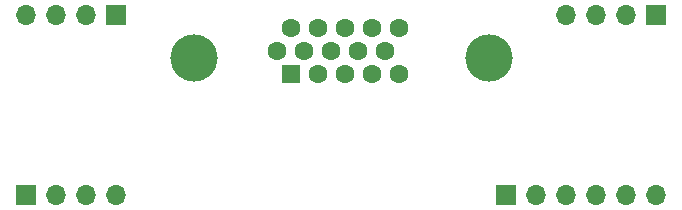
<source format=gbr>
%TF.GenerationSoftware,KiCad,Pcbnew,(6.0.0-0)*%
%TF.CreationDate,2022-07-05T21:59:06-04:00*%
%TF.ProjectId,IO-VGA-output,494f2d56-4741-42d6-9f75-747075742e6b,rev?*%
%TF.SameCoordinates,Original*%
%TF.FileFunction,Soldermask,Bot*%
%TF.FilePolarity,Negative*%
%FSLAX46Y46*%
G04 Gerber Fmt 4.6, Leading zero omitted, Abs format (unit mm)*
G04 Created by KiCad (PCBNEW (6.0.0-0)) date 2022-07-05 21:59:06*
%MOMM*%
%LPD*%
G01*
G04 APERTURE LIST*
%ADD10C,4.000000*%
%ADD11R,1.600000X1.600000*%
%ADD12C,1.600000*%
%ADD13R,1.700000X1.700000*%
%ADD14O,1.700000X1.700000*%
G04 APERTURE END LIST*
D10*
%TO.C,J1*%
X159835000Y-93788331D03*
X134835000Y-93788331D03*
D11*
X143020000Y-95208331D03*
D12*
X145310000Y-95208331D03*
X147600000Y-95208331D03*
X149890000Y-95208331D03*
X152180000Y-95208331D03*
X141875000Y-93228331D03*
X144165000Y-93228331D03*
X146455000Y-93228331D03*
X148745000Y-93228331D03*
X151035000Y-93228331D03*
X143020000Y-91248331D03*
X145310000Y-91248331D03*
X147600000Y-91248331D03*
X149890000Y-91248331D03*
X152180000Y-91248331D03*
%TD*%
D13*
%TO.C,J2*%
X120650000Y-105410000D03*
D14*
X123190000Y-105410000D03*
X125730000Y-105410000D03*
X128270000Y-105410000D03*
%TD*%
D13*
%TO.C,J3*%
X161290000Y-105410000D03*
D14*
X163830000Y-105410000D03*
X166370000Y-105410000D03*
X168910000Y-105410000D03*
X171450000Y-105410000D03*
X173990000Y-105410000D03*
%TD*%
D13*
%TO.C,J5*%
X173980000Y-90170000D03*
D14*
X171440000Y-90170000D03*
X168900000Y-90170000D03*
X166360000Y-90170000D03*
%TD*%
D13*
%TO.C,J4*%
X128270000Y-90170000D03*
D14*
X125730000Y-90170000D03*
X123190000Y-90170000D03*
X120650000Y-90170000D03*
%TD*%
M02*

</source>
